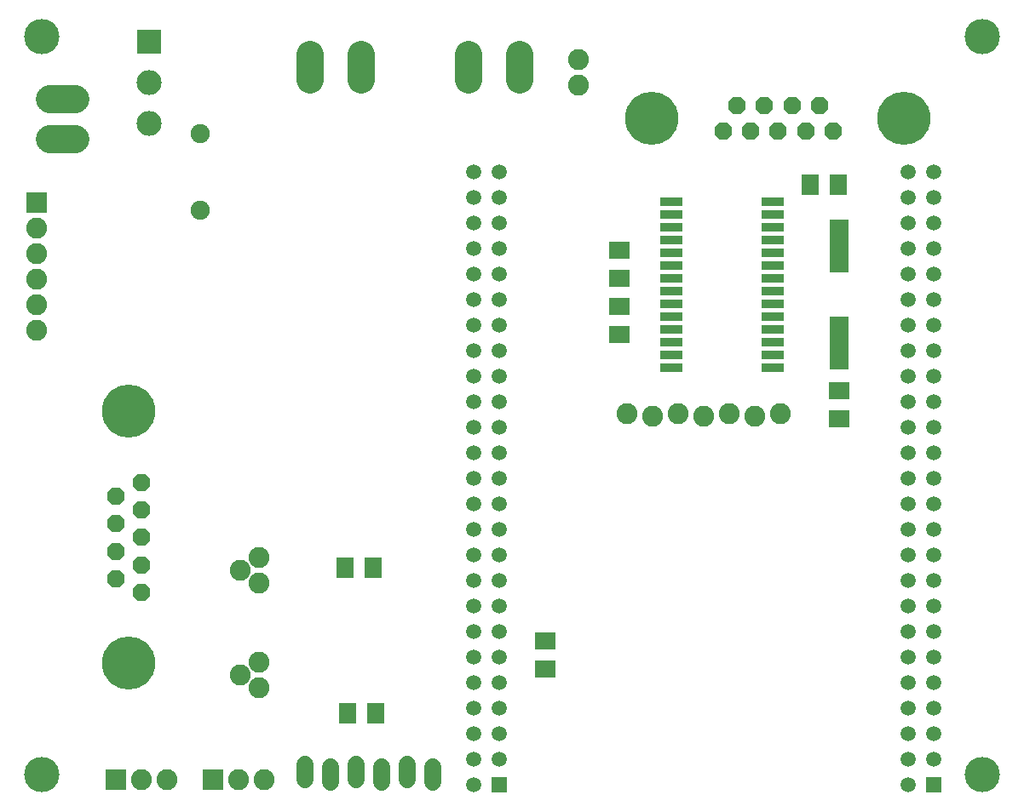
<source format=gbs>
G75*
G70*
%OFA0B0*%
%FSLAX24Y24*%
%IPPOS*%
%LPD*%
%AMOC8*
5,1,8,0,0,1.08239X$1,22.5*
%
%ADD10R,0.0595X0.0595*%
%ADD11C,0.0595*%
%ADD12C,0.0820*%
%ADD13R,0.0789X0.0710*%
%ADD14C,0.0680*%
%ADD15R,0.0980X0.0980*%
%ADD16C,0.0980*%
%ADD17C,0.1080*%
%ADD18OC8,0.0680*%
%ADD19C,0.2080*%
%ADD20R,0.0880X0.0340*%
%ADD21R,0.0780X0.2080*%
%ADD22R,0.0710X0.0789*%
%ADD23C,0.0680*%
%ADD24C,0.1084*%
%ADD25R,0.0820X0.0820*%
%ADD26C,0.0749*%
%ADD27C,0.1380*%
D10*
X021538Y001212D03*
X038538Y001212D03*
D11*
X037538Y001212D03*
X037538Y002212D03*
X038538Y002212D03*
X038538Y003212D03*
X037538Y003212D03*
X037538Y004212D03*
X038538Y004212D03*
X038538Y005212D03*
X037538Y005212D03*
X037538Y006212D03*
X038538Y006212D03*
X038538Y007212D03*
X037538Y007212D03*
X037538Y008212D03*
X038538Y008212D03*
X038538Y009212D03*
X037538Y009212D03*
X037538Y010212D03*
X038538Y010212D03*
X038538Y011212D03*
X037538Y011212D03*
X037538Y012212D03*
X038538Y012212D03*
X038538Y013212D03*
X037538Y013212D03*
X037538Y014212D03*
X038538Y014212D03*
X038538Y015212D03*
X037538Y015212D03*
X037538Y016212D03*
X038538Y016212D03*
X038538Y017212D03*
X037538Y017212D03*
X037538Y018212D03*
X038538Y018212D03*
X038538Y019212D03*
X037538Y019212D03*
X037538Y020212D03*
X038538Y020212D03*
X038538Y021212D03*
X037538Y021212D03*
X037538Y022212D03*
X038538Y022212D03*
X038538Y023212D03*
X037538Y023212D03*
X037538Y024212D03*
X038538Y024212D03*
X038538Y025212D03*
X037538Y025212D03*
X021538Y025212D03*
X020538Y025212D03*
X020538Y024212D03*
X021538Y024212D03*
X021538Y023212D03*
X020538Y023212D03*
X020538Y022212D03*
X021538Y022212D03*
X021538Y021212D03*
X020538Y021212D03*
X020538Y020212D03*
X021538Y020212D03*
X021538Y019212D03*
X021538Y018212D03*
X020538Y018212D03*
X020538Y019212D03*
X020538Y017212D03*
X021538Y017212D03*
X021538Y016212D03*
X020538Y016212D03*
X020538Y015212D03*
X021538Y015212D03*
X021538Y014212D03*
X020538Y014212D03*
X020538Y013212D03*
X021538Y013212D03*
X021538Y012212D03*
X020538Y012212D03*
X020538Y011212D03*
X021538Y011212D03*
X021538Y010212D03*
X020538Y010212D03*
X020538Y009212D03*
X021538Y009212D03*
X021538Y008212D03*
X020538Y008212D03*
X020538Y007212D03*
X020538Y006212D03*
X021538Y006212D03*
X021538Y007212D03*
X021538Y005212D03*
X020538Y005212D03*
X020538Y004212D03*
X021538Y004212D03*
X021538Y003212D03*
X020538Y003212D03*
X020538Y002212D03*
X021538Y002212D03*
X020538Y001212D03*
D12*
X012338Y001412D03*
X011338Y001412D03*
X008538Y001412D03*
X007538Y001412D03*
X012138Y005012D03*
X011388Y005512D03*
X012138Y006012D03*
X012138Y009112D03*
X011388Y009612D03*
X012138Y010112D03*
X003438Y019012D03*
X003438Y020012D03*
X003438Y021012D03*
X003438Y022012D03*
X003438Y023012D03*
X024638Y028612D03*
X024638Y029612D03*
X026538Y015762D03*
X027538Y015662D03*
X028538Y015762D03*
X029538Y015662D03*
X030538Y015762D03*
X031538Y015662D03*
X032538Y015762D03*
D13*
X034838Y015561D03*
X034838Y016664D03*
X026238Y018861D03*
X026238Y019964D03*
X026238Y021061D03*
X026238Y022164D03*
X023338Y006864D03*
X023338Y005761D03*
D14*
X007838Y027112D03*
X007838Y028712D03*
X007838Y030312D03*
D15*
X007838Y030312D03*
D16*
X007838Y028712D03*
X007838Y027112D03*
D17*
X014138Y028812D02*
X014138Y029812D01*
X016138Y029812D02*
X016138Y028812D01*
X020338Y028812D02*
X020338Y029812D01*
X022338Y029812D02*
X022338Y028812D01*
D18*
X030278Y026812D03*
X031358Y026812D03*
X030818Y027812D03*
X031898Y027812D03*
X032978Y027812D03*
X032438Y026812D03*
X033518Y026812D03*
X034598Y026812D03*
X034058Y027812D03*
X007538Y013072D03*
X006538Y012532D03*
X007538Y011992D03*
X006538Y011452D03*
X007538Y010912D03*
X006538Y010372D03*
X007538Y009832D03*
X006538Y009292D03*
X007538Y008752D03*
D19*
X007038Y005982D03*
X007038Y015842D03*
X027508Y027312D03*
X037368Y027312D03*
D20*
X032218Y024062D03*
X032218Y023562D03*
X032218Y023062D03*
X032218Y022562D03*
X032218Y022062D03*
X032218Y021562D03*
X032218Y021062D03*
X032218Y020562D03*
X032218Y020062D03*
X032218Y019562D03*
X032218Y019062D03*
X032218Y018562D03*
X032218Y018062D03*
X032218Y017562D03*
X028258Y017562D03*
X028258Y018062D03*
X028258Y018562D03*
X028258Y019062D03*
X028258Y019562D03*
X028258Y020062D03*
X028258Y020562D03*
X028258Y021062D03*
X028258Y021562D03*
X028258Y022062D03*
X028258Y022562D03*
X028258Y023062D03*
X028258Y023562D03*
X028258Y024062D03*
D21*
X034838Y022312D03*
X034838Y018512D03*
D22*
X034789Y024712D03*
X033687Y024712D03*
X016589Y009712D03*
X015487Y009712D03*
X015587Y004012D03*
X016689Y004012D03*
D23*
X016938Y001912D02*
X016938Y001312D01*
X015938Y001412D02*
X015938Y002012D01*
X014938Y001912D02*
X014938Y001312D01*
X013938Y001412D02*
X013938Y002012D01*
X017938Y002012D02*
X017938Y001412D01*
X018938Y001312D02*
X018938Y001912D01*
D24*
X004940Y026533D02*
X003936Y026533D01*
X003936Y028092D02*
X004940Y028092D01*
D25*
X003438Y024012D03*
X006538Y001412D03*
X010338Y001412D03*
D26*
X009838Y023712D03*
X009838Y026712D03*
D27*
X003638Y001612D03*
X003638Y030512D03*
X040438Y030512D03*
X040438Y001612D03*
M02*

</source>
